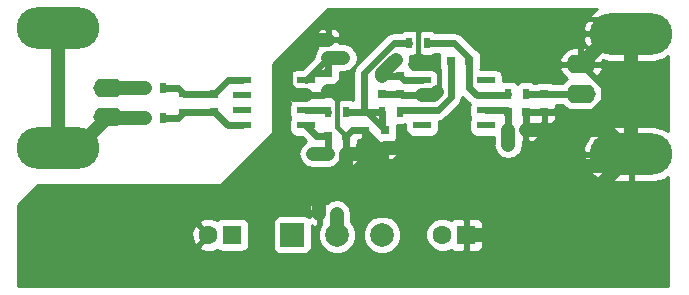
<source format=gbl>
G04 #@! TF.FileFunction,Copper,L4,Bot,Signal*
%FSLAX46Y46*%
G04 Gerber Fmt 4.6, Leading zero omitted, Abs format (unit mm)*
G04 Created by KiCad (PCBNEW 4.0.7) date Thu May  3 16:22:41 2018*
%MOMM*%
%LPD*%
G01*
G04 APERTURE LIST*
%ADD10C,0.100000*%
%ADD11R,0.750000X0.800000*%
%ADD12R,0.800000X0.750000*%
%ADD13R,1.600000X1.600000*%
%ADD14C,1.600000*%
%ADD15O,7.000240X3.500120*%
%ADD16O,2.499360X1.600200*%
%ADD17C,2.000000*%
%ADD18R,2.000000X2.000000*%
%ADD19R,0.500000X0.900000*%
%ADD20R,0.900000X0.500000*%
%ADD21R,1.550000X0.600000*%
%ADD22C,0.600000*%
%ADD23C,1.200000*%
%ADD24C,0.600000*%
%ADD25C,0.400000*%
%ADD26C,0.200000*%
%ADD27C,0.254000*%
G04 APERTURE END LIST*
D10*
D11*
X80772000Y-63512000D03*
X80772000Y-65012000D03*
X71120000Y-66790000D03*
X71120000Y-65290000D03*
X80772000Y-62218000D03*
X80772000Y-60718000D03*
D12*
X80784000Y-68834000D03*
X82284000Y-68834000D03*
X96024000Y-68326000D03*
X97524000Y-68326000D03*
D11*
X86868000Y-63766000D03*
X86868000Y-65266000D03*
D13*
X92456000Y-77216000D03*
D14*
X90456000Y-77216000D03*
D11*
X85344000Y-63766000D03*
X85344000Y-65266000D03*
D12*
X96024000Y-66802000D03*
X97524000Y-66802000D03*
D13*
X72644000Y-77216000D03*
D14*
X70644000Y-77216000D03*
D12*
X80784000Y-70358000D03*
X82284000Y-70358000D03*
D11*
X85598000Y-68338000D03*
X85598000Y-69838000D03*
D12*
X92698000Y-62484000D03*
X91198000Y-62484000D03*
D11*
X99060000Y-65290000D03*
X99060000Y-66790000D03*
D15*
X57886600Y-69867780D03*
X57886600Y-59669680D03*
D16*
X62151260Y-64770000D03*
X62151260Y-67269360D03*
D17*
X85344000Y-77216000D03*
D18*
X77724000Y-77216000D03*
D17*
X81534000Y-77216000D03*
D15*
X106451400Y-60180220D03*
X106451400Y-70378320D03*
D16*
X102186740Y-65278000D03*
X102186740Y-62778640D03*
D19*
X66790000Y-67310000D03*
X65290000Y-67310000D03*
X66790000Y-64770000D03*
X65290000Y-64770000D03*
X81522000Y-75438000D03*
X80022000Y-75438000D03*
D20*
X68580000Y-65290000D03*
X68580000Y-66790000D03*
D19*
X82284000Y-66802000D03*
X80784000Y-66802000D03*
X89142000Y-60960000D03*
X87642000Y-60960000D03*
X86856000Y-66802000D03*
X85356000Y-66802000D03*
X97524000Y-65278000D03*
X96024000Y-65278000D03*
D21*
X73500000Y-67945000D03*
X73500000Y-66675000D03*
X73500000Y-65405000D03*
X73500000Y-64135000D03*
X78900000Y-64135000D03*
X78900000Y-65405000D03*
X78900000Y-66675000D03*
X78900000Y-67945000D03*
X88740000Y-67945000D03*
X88740000Y-66675000D03*
X88740000Y-65405000D03*
X88740000Y-64135000D03*
X94140000Y-64135000D03*
X94140000Y-65405000D03*
X94140000Y-66675000D03*
X94140000Y-67945000D03*
D20*
X83820000Y-68314000D03*
X83820000Y-66814000D03*
D22*
X86502819Y-62372819D03*
X82042000Y-62230000D03*
X82042000Y-64516000D03*
X90027181Y-65135181D03*
X96012000Y-69596000D03*
X79502000Y-70358000D03*
D23*
X85344000Y-63766000D02*
X85344000Y-63531638D01*
X85344000Y-63531638D02*
X86502819Y-62372819D01*
X80772000Y-62218000D02*
X82030000Y-62218000D01*
X82030000Y-62218000D02*
X82042000Y-62230000D01*
D24*
X85344000Y-63766000D02*
X86868000Y-63766000D01*
X86868000Y-63766000D02*
X87237000Y-64135000D01*
X87237000Y-64135000D02*
X88740000Y-64135000D01*
X80772000Y-63512000D02*
X80772000Y-62218000D01*
X80772000Y-62218000D02*
X80772000Y-62263000D01*
X80772000Y-62263000D02*
X78900000Y-64135000D01*
X80772000Y-63512000D02*
X79523000Y-63512000D01*
X79523000Y-63512000D02*
X78900000Y-64135000D01*
X99060000Y-66790000D02*
X103136000Y-66790000D01*
X104140000Y-64731900D02*
X102186740Y-62778640D01*
X104140000Y-65786000D02*
X104140000Y-64731900D01*
X103136000Y-66790000D02*
X104140000Y-65786000D01*
D25*
X90027181Y-65135181D02*
X90027181Y-64658819D01*
X90027181Y-64658819D02*
X90170000Y-64516000D01*
X90170000Y-64516000D02*
X90170000Y-63500000D01*
X90170000Y-63500000D02*
X89662000Y-62992000D01*
X89662000Y-62992000D02*
X89154000Y-62992000D01*
X89154000Y-62992000D02*
X88392000Y-62230000D01*
X88392000Y-62230000D02*
X88392000Y-59944000D01*
X88392000Y-59944000D02*
X89408000Y-58928000D01*
X89408000Y-58928000D02*
X105199180Y-58928000D01*
X105199180Y-58928000D02*
X106451400Y-60180220D01*
D23*
X78900000Y-65405000D02*
X77851000Y-65405000D01*
X77851000Y-65405000D02*
X77216000Y-64770000D01*
X77216000Y-64770000D02*
X77216000Y-62992000D01*
X77216000Y-62992000D02*
X79502000Y-60706000D01*
X79502000Y-60706000D02*
X80760000Y-60706000D01*
X80760000Y-60706000D02*
X80772000Y-60718000D01*
X80772000Y-65012000D02*
X81546000Y-65012000D01*
X81546000Y-65012000D02*
X82042000Y-64516000D01*
X82284000Y-70358000D02*
X85078000Y-70358000D01*
X85078000Y-70358000D02*
X85598000Y-69838000D01*
X80022000Y-75438000D02*
X80022000Y-73394000D01*
X80022000Y-73394000D02*
X82284000Y-71132000D01*
X82284000Y-71132000D02*
X82284000Y-70358000D01*
X92456000Y-77216000D02*
X99613720Y-77216000D01*
X99613720Y-77216000D02*
X106451400Y-70378320D01*
X85598000Y-69838000D02*
X93206000Y-69838000D01*
X93206000Y-69838000D02*
X94742000Y-71374000D01*
X94742000Y-71374000D02*
X105455720Y-71374000D01*
X105455720Y-71374000D02*
X106451400Y-70378320D01*
X88740000Y-65405000D02*
X89757362Y-65405000D01*
X89757362Y-65405000D02*
X90027181Y-65135181D01*
X97524000Y-68326000D02*
X104399080Y-68326000D01*
X104399080Y-68326000D02*
X106451400Y-70378320D01*
X106451400Y-60180220D02*
X104785160Y-60180220D01*
X104785160Y-60180220D02*
X102186740Y-62778640D01*
X106451400Y-60180220D02*
X106451400Y-70378320D01*
D24*
X80022000Y-75438000D02*
X80022000Y-73394000D01*
X80022000Y-73394000D02*
X82284000Y-71132000D01*
X82284000Y-71132000D02*
X82284000Y-70358000D01*
X99060000Y-66790000D02*
X97536000Y-66790000D01*
X97536000Y-66790000D02*
X97524000Y-66802000D01*
X97524000Y-66802000D02*
X97524000Y-68326000D01*
X82284000Y-68834000D02*
X82284000Y-70358000D01*
X85598000Y-69838000D02*
X85344000Y-69838000D01*
X85344000Y-69838000D02*
X83820000Y-68314000D01*
X85344000Y-65266000D02*
X86868000Y-65266000D01*
X86868000Y-65266000D02*
X87007000Y-65405000D01*
X87007000Y-65405000D02*
X88740000Y-65405000D01*
X83820000Y-68314000D02*
X82804000Y-68314000D01*
X82804000Y-68314000D02*
X82284000Y-68834000D01*
D25*
X82284000Y-68834000D02*
X82284000Y-68822000D01*
X82284000Y-68822000D02*
X81534000Y-68072000D01*
X81534000Y-68072000D02*
X81534000Y-65774000D01*
X81534000Y-65774000D02*
X80772000Y-65012000D01*
D26*
X82284000Y-68834000D02*
X82284000Y-68822000D01*
D24*
X78900000Y-65405000D02*
X80379000Y-65405000D01*
X80379000Y-65405000D02*
X80772000Y-65012000D01*
X73500000Y-67945000D02*
X72275000Y-67945000D01*
X72275000Y-67945000D02*
X71120000Y-66790000D01*
X68580000Y-66790000D02*
X71120000Y-66790000D01*
X66790000Y-67310000D02*
X68060000Y-67310000D01*
X68060000Y-67310000D02*
X68580000Y-66790000D01*
X73500000Y-64135000D02*
X72275000Y-64135000D01*
X72275000Y-64135000D02*
X71120000Y-65290000D01*
X66790000Y-64770000D02*
X68060000Y-64770000D01*
X68060000Y-64770000D02*
X68580000Y-65290000D01*
X68580000Y-65290000D02*
X71120000Y-65290000D01*
D23*
X96024000Y-68326000D02*
X96024000Y-69584000D01*
X96024000Y-69584000D02*
X96012000Y-69596000D01*
X80784000Y-70358000D02*
X79502000Y-70358000D01*
D24*
X80784000Y-70358000D02*
X80772000Y-70358000D01*
X96024000Y-66802000D02*
X96024000Y-68326000D01*
X94140000Y-66675000D02*
X95897000Y-66675000D01*
X95897000Y-66675000D02*
X96024000Y-66802000D01*
X80784000Y-68834000D02*
X80784000Y-70358000D01*
X80784000Y-68834000D02*
X79789000Y-68834000D01*
X79789000Y-68834000D02*
X78900000Y-67945000D01*
X83820000Y-66814000D02*
X83820000Y-63500000D01*
X83820000Y-63500000D02*
X86360000Y-60960000D01*
X86360000Y-60960000D02*
X87642000Y-60960000D01*
X85356000Y-66802000D02*
X85356000Y-68096000D01*
X85356000Y-68096000D02*
X85598000Y-68338000D01*
X83820000Y-66814000D02*
X84074000Y-66814000D01*
X84074000Y-66814000D02*
X85598000Y-68338000D01*
X83820000Y-66814000D02*
X85344000Y-66814000D01*
X85344000Y-66814000D02*
X85356000Y-66802000D01*
X82284000Y-66802000D02*
X83808000Y-66802000D01*
X83808000Y-66802000D02*
X83820000Y-66814000D01*
X82296000Y-66814000D02*
X82284000Y-66802000D01*
X94140000Y-65405000D02*
X95897000Y-65405000D01*
X95897000Y-65405000D02*
X96024000Y-65278000D01*
X94140000Y-65405000D02*
X93345000Y-65405000D01*
X93345000Y-65405000D02*
X92698000Y-64758000D01*
X92698000Y-64758000D02*
X92698000Y-62484000D01*
X92698000Y-62484000D02*
X92698000Y-62218000D01*
X92698000Y-62218000D02*
X91440000Y-60960000D01*
X91440000Y-60960000D02*
X89142000Y-60960000D01*
X88740000Y-66675000D02*
X90043000Y-66675000D01*
X90043000Y-66675000D02*
X91198000Y-65520000D01*
X91198000Y-65520000D02*
X91198000Y-62484000D01*
X88740000Y-66675000D02*
X86983000Y-66675000D01*
X86983000Y-66675000D02*
X86856000Y-66802000D01*
X99060000Y-65290000D02*
X102174740Y-65290000D01*
X102174740Y-65290000D02*
X102186740Y-65278000D01*
X99060000Y-65290000D02*
X97536000Y-65290000D01*
X97536000Y-65290000D02*
X97524000Y-65278000D01*
D23*
X65290000Y-67310000D02*
X62191900Y-67310000D01*
X62191900Y-67310000D02*
X62151260Y-67269360D01*
X57886600Y-69867780D02*
X59552840Y-69867780D01*
X59552840Y-69867780D02*
X62151260Y-67269360D01*
X57886600Y-59669680D02*
X57886600Y-69867780D01*
X62151260Y-64770000D02*
X65290000Y-64770000D01*
X81522000Y-75438000D02*
X81522000Y-77204000D01*
X81522000Y-77204000D02*
X81534000Y-77216000D01*
D24*
X81534000Y-77216000D02*
X81534000Y-75450000D01*
X81534000Y-75450000D02*
X81522000Y-75438000D01*
X81776000Y-76974000D02*
X81534000Y-77216000D01*
X78900000Y-66675000D02*
X80657000Y-66675000D01*
X80657000Y-66675000D02*
X80784000Y-66802000D01*
D27*
G36*
X102925045Y-58583531D02*
X102449231Y-59384830D01*
X102368854Y-59682207D01*
X102478655Y-60053220D01*
X106324400Y-60053220D01*
X106324400Y-60033220D01*
X106578400Y-60033220D01*
X106578400Y-60053220D01*
X106598400Y-60053220D01*
X106598400Y-60307220D01*
X106578400Y-60307220D01*
X106578400Y-62565280D01*
X108328460Y-62565280D01*
X109231516Y-62335127D01*
X109526000Y-62114841D01*
X109526000Y-68443699D01*
X109231516Y-68223413D01*
X108328460Y-67993260D01*
X106578400Y-67993260D01*
X106578400Y-70251320D01*
X106598400Y-70251320D01*
X106598400Y-70505320D01*
X106578400Y-70505320D01*
X106578400Y-72763380D01*
X108328460Y-72763380D01*
X109231516Y-72533227D01*
X109526000Y-72312941D01*
X109526000Y-81586000D01*
X54558000Y-81586000D01*
X54558000Y-76999223D01*
X69197035Y-76999223D01*
X69224222Y-77569454D01*
X69390136Y-77970005D01*
X69636255Y-78044139D01*
X70464395Y-77216000D01*
X69636255Y-76387861D01*
X69390136Y-76461995D01*
X69197035Y-76999223D01*
X54558000Y-76999223D01*
X54558000Y-76208255D01*
X69815861Y-76208255D01*
X70644000Y-77036395D01*
X70658142Y-77022252D01*
X70837748Y-77201858D01*
X70823605Y-77216000D01*
X70837748Y-77230143D01*
X70658142Y-77409748D01*
X70644000Y-77395605D01*
X69815861Y-78223745D01*
X69889995Y-78469864D01*
X70427223Y-78662965D01*
X70997454Y-78635778D01*
X71388947Y-78473616D01*
X71592110Y-78612431D01*
X71844000Y-78663440D01*
X73444000Y-78663440D01*
X73679317Y-78619162D01*
X73895441Y-78480090D01*
X74040431Y-78267890D01*
X74091440Y-78016000D01*
X74091440Y-76416000D01*
X74053808Y-76216000D01*
X76076560Y-76216000D01*
X76076560Y-78216000D01*
X76120838Y-78451317D01*
X76259910Y-78667441D01*
X76472110Y-78812431D01*
X76724000Y-78863440D01*
X78724000Y-78863440D01*
X78959317Y-78819162D01*
X79175441Y-78680090D01*
X79320431Y-78467890D01*
X79371440Y-78216000D01*
X79371440Y-77539795D01*
X79898716Y-77539795D01*
X80147106Y-78140943D01*
X80606637Y-78601278D01*
X81207352Y-78850716D01*
X81857795Y-78851284D01*
X82458943Y-78602894D01*
X82919278Y-78143363D01*
X83168716Y-77542648D01*
X83168718Y-77539795D01*
X83708716Y-77539795D01*
X83957106Y-78140943D01*
X84416637Y-78601278D01*
X85017352Y-78850716D01*
X85667795Y-78851284D01*
X86268943Y-78602894D01*
X86729278Y-78143363D01*
X86978716Y-77542648D01*
X86978753Y-77500187D01*
X89020752Y-77500187D01*
X89238757Y-78027800D01*
X89642077Y-78431824D01*
X90169309Y-78650750D01*
X90740187Y-78651248D01*
X91202287Y-78460312D01*
X91296302Y-78554327D01*
X91529691Y-78651000D01*
X92170250Y-78651000D01*
X92329000Y-78492250D01*
X92329000Y-77343000D01*
X92583000Y-77343000D01*
X92583000Y-78492250D01*
X92741750Y-78651000D01*
X93382309Y-78651000D01*
X93615698Y-78554327D01*
X93794327Y-78375699D01*
X93891000Y-78142310D01*
X93891000Y-77501750D01*
X93732250Y-77343000D01*
X92583000Y-77343000D01*
X92329000Y-77343000D01*
X92309000Y-77343000D01*
X92309000Y-77089000D01*
X92329000Y-77089000D01*
X92329000Y-75939750D01*
X92583000Y-75939750D01*
X92583000Y-77089000D01*
X93732250Y-77089000D01*
X93891000Y-76930250D01*
X93891000Y-76289690D01*
X93794327Y-76056301D01*
X93615698Y-75877673D01*
X93382309Y-75781000D01*
X92741750Y-75781000D01*
X92583000Y-75939750D01*
X92329000Y-75939750D01*
X92170250Y-75781000D01*
X91529691Y-75781000D01*
X91296302Y-75877673D01*
X91202002Y-75971973D01*
X90742691Y-75781250D01*
X90171813Y-75780752D01*
X89644200Y-75998757D01*
X89240176Y-76402077D01*
X89021250Y-76929309D01*
X89020752Y-77500187D01*
X86978753Y-77500187D01*
X86979284Y-76892205D01*
X86730894Y-76291057D01*
X86271363Y-75830722D01*
X85670648Y-75581284D01*
X85020205Y-75580716D01*
X84419057Y-75829106D01*
X83958722Y-76288637D01*
X83709284Y-76889352D01*
X83708716Y-77539795D01*
X83168718Y-77539795D01*
X83169284Y-76892205D01*
X82920894Y-76291057D01*
X82757000Y-76126876D01*
X82757000Y-75438000D01*
X82662991Y-74965386D01*
X82395277Y-74564723D01*
X81994614Y-74297009D01*
X81522000Y-74203000D01*
X81049386Y-74297009D01*
X80707485Y-74525460D01*
X80631698Y-74449673D01*
X80398309Y-74353000D01*
X80305750Y-74353000D01*
X80147000Y-74511750D01*
X80147000Y-75311000D01*
X80169000Y-75311000D01*
X80169000Y-75565000D01*
X80147000Y-75565000D01*
X80147000Y-76292784D01*
X79899284Y-76889352D01*
X79898716Y-77539795D01*
X79371440Y-77539795D01*
X79371440Y-76385465D01*
X79412302Y-76426327D01*
X79645691Y-76523000D01*
X79738250Y-76523000D01*
X79897000Y-76364250D01*
X79897000Y-75565000D01*
X79295750Y-75565000D01*
X79137000Y-75723750D01*
X79137000Y-75729651D01*
X78975890Y-75619569D01*
X78724000Y-75568560D01*
X76724000Y-75568560D01*
X76488683Y-75612838D01*
X76272559Y-75751910D01*
X76127569Y-75964110D01*
X76076560Y-76216000D01*
X74053808Y-76216000D01*
X74047162Y-76180683D01*
X73908090Y-75964559D01*
X73695890Y-75819569D01*
X73444000Y-75768560D01*
X71844000Y-75768560D01*
X71608683Y-75812838D01*
X71392559Y-75951910D01*
X71388023Y-75958548D01*
X70860777Y-75769035D01*
X70290546Y-75796222D01*
X69889995Y-75962136D01*
X69815861Y-76208255D01*
X54558000Y-76208255D01*
X54558000Y-74861690D01*
X79137000Y-74861690D01*
X79137000Y-75152250D01*
X79295750Y-75311000D01*
X79897000Y-75311000D01*
X79897000Y-74511750D01*
X79738250Y-74353000D01*
X79645691Y-74353000D01*
X79412302Y-74449673D01*
X79233673Y-74628301D01*
X79137000Y-74861690D01*
X54558000Y-74861690D01*
X54558000Y-74653606D01*
X56186606Y-73025000D01*
X71628000Y-73025000D01*
X71677410Y-73014994D01*
X71717803Y-72987803D01*
X76035803Y-68669803D01*
X76063666Y-68627789D01*
X76073000Y-68580000D01*
X76073000Y-63835000D01*
X77477560Y-63835000D01*
X77477560Y-64435000D01*
X77521838Y-64670317D01*
X77580178Y-64760980D01*
X77490000Y-64978690D01*
X77490000Y-65119250D01*
X77648750Y-65278000D01*
X78773000Y-65278000D01*
X78773000Y-65258000D01*
X79027000Y-65258000D01*
X79027000Y-65278000D01*
X79047000Y-65278000D01*
X79047000Y-65532000D01*
X79027000Y-65532000D01*
X79027000Y-65552000D01*
X78773000Y-65552000D01*
X78773000Y-65532000D01*
X77648750Y-65532000D01*
X77490000Y-65690750D01*
X77490000Y-65831310D01*
X77579806Y-66048122D01*
X77528569Y-66123110D01*
X77477560Y-66375000D01*
X77477560Y-66975000D01*
X77521838Y-67210317D01*
X77585678Y-67309528D01*
X77528569Y-67393110D01*
X77477560Y-67645000D01*
X77477560Y-68245000D01*
X77521838Y-68480317D01*
X77660910Y-68696441D01*
X77873110Y-68841431D01*
X78125000Y-68892440D01*
X78525150Y-68892440D01*
X78921683Y-69288973D01*
X78628723Y-69484723D01*
X78361009Y-69885386D01*
X78267000Y-70358000D01*
X78361009Y-70830614D01*
X78628723Y-71231277D01*
X79029386Y-71498991D01*
X79502000Y-71593000D01*
X80784000Y-71593000D01*
X81256614Y-71498991D01*
X81569388Y-71290002D01*
X81757691Y-71368000D01*
X81998250Y-71368000D01*
X82157000Y-71209250D01*
X82157000Y-70485000D01*
X82411000Y-70485000D01*
X82411000Y-71209250D01*
X82569750Y-71368000D01*
X82810309Y-71368000D01*
X83043698Y-71271327D01*
X83222327Y-71092699D01*
X83311948Y-70876333D01*
X102368854Y-70876333D01*
X102449231Y-71173710D01*
X102925045Y-71975009D01*
X103671284Y-72533227D01*
X104574340Y-72763380D01*
X106324400Y-72763380D01*
X106324400Y-70505320D01*
X102478655Y-70505320D01*
X102368854Y-70876333D01*
X83311948Y-70876333D01*
X83319000Y-70859310D01*
X83319000Y-70643750D01*
X83160250Y-70485000D01*
X82411000Y-70485000D01*
X82157000Y-70485000D01*
X82137000Y-70485000D01*
X82137000Y-70231000D01*
X82157000Y-70231000D01*
X82157000Y-68961000D01*
X82137000Y-68961000D01*
X82137000Y-68707000D01*
X82157000Y-68707000D01*
X82157000Y-68687000D01*
X82411000Y-68687000D01*
X82411000Y-68707000D01*
X82431000Y-68707000D01*
X82431000Y-68961000D01*
X82411000Y-68961000D01*
X82411000Y-70231000D01*
X83160250Y-70231000D01*
X83267500Y-70123750D01*
X84588000Y-70123750D01*
X84588000Y-70364309D01*
X84684673Y-70597698D01*
X84863301Y-70776327D01*
X85096690Y-70873000D01*
X85312250Y-70873000D01*
X85471000Y-70714250D01*
X85471000Y-69965000D01*
X85725000Y-69965000D01*
X85725000Y-70714250D01*
X85883750Y-70873000D01*
X86099310Y-70873000D01*
X86332699Y-70776327D01*
X86511327Y-70597698D01*
X86608000Y-70364309D01*
X86608000Y-70123750D01*
X86449250Y-69965000D01*
X85725000Y-69965000D01*
X85471000Y-69965000D01*
X84746750Y-69965000D01*
X84588000Y-70123750D01*
X83267500Y-70123750D01*
X83319000Y-70072250D01*
X83319000Y-69856690D01*
X83222327Y-69623301D01*
X83195026Y-69596000D01*
X83222327Y-69568699D01*
X83319000Y-69335310D01*
X83319000Y-69199000D01*
X83534250Y-69199000D01*
X83693000Y-69040250D01*
X83693000Y-68439000D01*
X83673000Y-68439000D01*
X83673000Y-68189000D01*
X83693000Y-68189000D01*
X83693000Y-68167000D01*
X83947000Y-68167000D01*
X83947000Y-68189000D01*
X83967000Y-68189000D01*
X83967000Y-68439000D01*
X83947000Y-68439000D01*
X83947000Y-69040250D01*
X84105750Y-69199000D01*
X84396310Y-69199000D01*
X84629699Y-69102327D01*
X84674211Y-69057815D01*
X84686329Y-69076646D01*
X84684673Y-69078302D01*
X84588000Y-69311691D01*
X84588000Y-69552250D01*
X84746750Y-69711000D01*
X85471000Y-69711000D01*
X85471000Y-69691000D01*
X85725000Y-69691000D01*
X85725000Y-69711000D01*
X86449250Y-69711000D01*
X86608000Y-69552250D01*
X86608000Y-69311691D01*
X86511327Y-69078302D01*
X86509957Y-69076932D01*
X86569431Y-68989890D01*
X86620440Y-68738000D01*
X86620440Y-67938000D01*
X86613184Y-67899440D01*
X87106000Y-67899440D01*
X87317560Y-67859632D01*
X87317560Y-68245000D01*
X87361838Y-68480317D01*
X87500910Y-68696441D01*
X87713110Y-68841431D01*
X87965000Y-68892440D01*
X89515000Y-68892440D01*
X89750317Y-68848162D01*
X89966441Y-68709090D01*
X90111431Y-68496890D01*
X90162440Y-68245000D01*
X90162440Y-67645000D01*
X90151783Y-67588362D01*
X90400809Y-67538827D01*
X90704145Y-67336145D01*
X91859145Y-66181145D01*
X92061827Y-65877809D01*
X92133000Y-65520000D01*
X92133000Y-65515290D01*
X92683855Y-66066145D01*
X92768738Y-66122862D01*
X92768569Y-66123110D01*
X92717560Y-66375000D01*
X92717560Y-66975000D01*
X92761838Y-67210317D01*
X92825678Y-67309528D01*
X92768569Y-67393110D01*
X92717560Y-67645000D01*
X92717560Y-68245000D01*
X92761838Y-68480317D01*
X92900910Y-68696441D01*
X93113110Y-68841431D01*
X93365000Y-68892440D01*
X94789000Y-68892440D01*
X94789000Y-69535672D01*
X94777000Y-69596000D01*
X94871009Y-70068614D01*
X95138723Y-70469277D01*
X95539386Y-70736991D01*
X96012000Y-70831000D01*
X96484614Y-70736991D01*
X96885277Y-70469277D01*
X96897277Y-70457277D01*
X97164991Y-70056614D01*
X97200060Y-69880307D01*
X102368854Y-69880307D01*
X102478655Y-70251320D01*
X106324400Y-70251320D01*
X106324400Y-67993260D01*
X104574340Y-67993260D01*
X103671284Y-68223413D01*
X102925045Y-68781631D01*
X102449231Y-69582930D01*
X102368854Y-69880307D01*
X97200060Y-69880307D01*
X97259000Y-69584000D01*
X97259000Y-69315250D01*
X97397000Y-69177250D01*
X97397000Y-68453000D01*
X97651000Y-68453000D01*
X97651000Y-69177250D01*
X97809750Y-69336000D01*
X98050309Y-69336000D01*
X98283698Y-69239327D01*
X98462327Y-69060699D01*
X98559000Y-68827310D01*
X98559000Y-68611750D01*
X98400250Y-68453000D01*
X97651000Y-68453000D01*
X97397000Y-68453000D01*
X97377000Y-68453000D01*
X97377000Y-68199000D01*
X97397000Y-68199000D01*
X97397000Y-66929000D01*
X97651000Y-66929000D01*
X97651000Y-68199000D01*
X98400250Y-68199000D01*
X98559000Y-68040250D01*
X98559000Y-67825000D01*
X98774250Y-67825000D01*
X98933000Y-67666250D01*
X98933000Y-66917000D01*
X99187000Y-66917000D01*
X99187000Y-67666250D01*
X99345750Y-67825000D01*
X99561310Y-67825000D01*
X99794699Y-67728327D01*
X99973327Y-67549698D01*
X100070000Y-67316309D01*
X100070000Y-67075750D01*
X99911250Y-66917000D01*
X99187000Y-66917000D01*
X98933000Y-66917000D01*
X98208750Y-66917000D01*
X98196750Y-66929000D01*
X97651000Y-66929000D01*
X97397000Y-66929000D01*
X97377000Y-66929000D01*
X97377000Y-66675000D01*
X97397000Y-66675000D01*
X97397000Y-66655000D01*
X97651000Y-66655000D01*
X97651000Y-66675000D01*
X98400250Y-66675000D01*
X98412250Y-66663000D01*
X98933000Y-66663000D01*
X98933000Y-66643000D01*
X99187000Y-66643000D01*
X99187000Y-66663000D01*
X99911250Y-66663000D01*
X100070000Y-66504250D01*
X100070000Y-66263691D01*
X100053974Y-66225000D01*
X100640186Y-66225000D01*
X100685468Y-66292769D01*
X101151048Y-66603860D01*
X101700237Y-66713100D01*
X102673243Y-66713100D01*
X103222432Y-66603860D01*
X103688012Y-66292769D01*
X103999103Y-65827189D01*
X104108343Y-65278000D01*
X103999103Y-64728811D01*
X103688012Y-64263231D01*
X103336821Y-64028572D01*
X103740892Y-63703607D01*
X104010781Y-63210497D01*
X104028323Y-63127695D01*
X103906336Y-62905640D01*
X102313740Y-62905640D01*
X102313740Y-62925640D01*
X102059740Y-62925640D01*
X102059740Y-62905640D01*
X100467144Y-62905640D01*
X100345157Y-63127695D01*
X100362699Y-63210497D01*
X100632588Y-63703607D01*
X101036659Y-64028572D01*
X100685468Y-64263231D01*
X100624150Y-64355000D01*
X99776797Y-64355000D01*
X99686890Y-64293569D01*
X99435000Y-64242560D01*
X98685000Y-64242560D01*
X98449683Y-64286838D01*
X98343756Y-64355000D01*
X98206537Y-64355000D01*
X98025890Y-64231569D01*
X97774000Y-64180560D01*
X97274000Y-64180560D01*
X97038683Y-64224838D01*
X96822559Y-64363910D01*
X96774866Y-64433711D01*
X96738090Y-64376559D01*
X96525890Y-64231569D01*
X96274000Y-64180560D01*
X95774000Y-64180560D01*
X95562440Y-64220368D01*
X95562440Y-63835000D01*
X95518162Y-63599683D01*
X95379090Y-63383559D01*
X95166890Y-63238569D01*
X94915000Y-63187560D01*
X93642045Y-63187560D01*
X93694431Y-63110890D01*
X93745440Y-62859000D01*
X93745440Y-62429585D01*
X100345157Y-62429585D01*
X100467144Y-62651640D01*
X102059740Y-62651640D01*
X102059740Y-61343540D01*
X102313740Y-61343540D01*
X102313740Y-62651640D01*
X103906336Y-62651640D01*
X104028323Y-62429585D01*
X104027547Y-62425924D01*
X104574340Y-62565280D01*
X106324400Y-62565280D01*
X106324400Y-60307220D01*
X102478655Y-60307220D01*
X102368854Y-60678233D01*
X102449231Y-60975610D01*
X102667709Y-61343540D01*
X102313740Y-61343540D01*
X102059740Y-61343540D01*
X101610160Y-61343540D01*
X101070638Y-61501381D01*
X100632588Y-61853673D01*
X100362699Y-62346783D01*
X100345157Y-62429585D01*
X93745440Y-62429585D01*
X93745440Y-62109000D01*
X93701162Y-61873683D01*
X93562090Y-61657559D01*
X93349890Y-61512569D01*
X93305964Y-61503674D01*
X92101145Y-60298855D01*
X91797809Y-60096173D01*
X91440000Y-60025000D01*
X89806975Y-60025000D01*
X89643890Y-59913569D01*
X89392000Y-59862560D01*
X88892000Y-59862560D01*
X88656683Y-59906838D01*
X88440559Y-60045910D01*
X88392866Y-60115711D01*
X88356090Y-60058559D01*
X88143890Y-59913569D01*
X87892000Y-59862560D01*
X87392000Y-59862560D01*
X87156683Y-59906838D01*
X86973054Y-60025000D01*
X86360000Y-60025000D01*
X86002191Y-60096173D01*
X85698855Y-60298855D01*
X83158855Y-62838855D01*
X82956173Y-63142191D01*
X82885000Y-63500000D01*
X82885000Y-65823288D01*
X82785890Y-65755569D01*
X82534000Y-65704560D01*
X82034000Y-65704560D01*
X81798683Y-65748838D01*
X81582559Y-65887910D01*
X81534866Y-65957711D01*
X81520947Y-65936079D01*
X81685327Y-65771698D01*
X81782000Y-65538309D01*
X81782000Y-65297750D01*
X81623250Y-65139000D01*
X80899000Y-65139000D01*
X80899000Y-65159000D01*
X80645000Y-65159000D01*
X80645000Y-65139000D01*
X80625000Y-65139000D01*
X80625000Y-64885000D01*
X80645000Y-64885000D01*
X80645000Y-64865000D01*
X80899000Y-64865000D01*
X80899000Y-64885000D01*
X81623250Y-64885000D01*
X81782000Y-64726250D01*
X81782000Y-64485691D01*
X81685327Y-64252302D01*
X81683957Y-64250932D01*
X81743431Y-64163890D01*
X81794440Y-63912000D01*
X81794440Y-63453000D01*
X81981672Y-63453000D01*
X82042000Y-63465000D01*
X82514614Y-63370991D01*
X82915277Y-63103277D01*
X83182991Y-62702614D01*
X83277000Y-62230000D01*
X83182991Y-61757386D01*
X82915277Y-61356723D01*
X82903277Y-61344723D01*
X82502614Y-61077009D01*
X82030000Y-60983000D01*
X81761250Y-60983000D01*
X81623250Y-60845000D01*
X80899000Y-60845000D01*
X80899000Y-60865000D01*
X80645000Y-60865000D01*
X80645000Y-60845000D01*
X79920750Y-60845000D01*
X79762000Y-61003750D01*
X79762000Y-61244309D01*
X79839998Y-61432612D01*
X79631009Y-61745386D01*
X79547501Y-62165209D01*
X78525150Y-63187560D01*
X78125000Y-63187560D01*
X77889683Y-63231838D01*
X77673559Y-63370910D01*
X77528569Y-63583110D01*
X77477560Y-63835000D01*
X76073000Y-63835000D01*
X76073000Y-62790606D01*
X78671915Y-60191691D01*
X79762000Y-60191691D01*
X79762000Y-60432250D01*
X79920750Y-60591000D01*
X80645000Y-60591000D01*
X80645000Y-59841750D01*
X80899000Y-59841750D01*
X80899000Y-60591000D01*
X81623250Y-60591000D01*
X81782000Y-60432250D01*
X81782000Y-60191691D01*
X81685327Y-59958302D01*
X81506699Y-59779673D01*
X81273310Y-59683000D01*
X81057750Y-59683000D01*
X80899000Y-59841750D01*
X80645000Y-59841750D01*
X80486250Y-59683000D01*
X80270690Y-59683000D01*
X80037301Y-59779673D01*
X79858673Y-59958302D01*
X79762000Y-60191691D01*
X78671915Y-60191691D01*
X80749606Y-58114000D01*
X103552725Y-58114000D01*
X102925045Y-58583531D01*
X102925045Y-58583531D01*
G37*
X102925045Y-58583531D02*
X102449231Y-59384830D01*
X102368854Y-59682207D01*
X102478655Y-60053220D01*
X106324400Y-60053220D01*
X106324400Y-60033220D01*
X106578400Y-60033220D01*
X106578400Y-60053220D01*
X106598400Y-60053220D01*
X106598400Y-60307220D01*
X106578400Y-60307220D01*
X106578400Y-62565280D01*
X108328460Y-62565280D01*
X109231516Y-62335127D01*
X109526000Y-62114841D01*
X109526000Y-68443699D01*
X109231516Y-68223413D01*
X108328460Y-67993260D01*
X106578400Y-67993260D01*
X106578400Y-70251320D01*
X106598400Y-70251320D01*
X106598400Y-70505320D01*
X106578400Y-70505320D01*
X106578400Y-72763380D01*
X108328460Y-72763380D01*
X109231516Y-72533227D01*
X109526000Y-72312941D01*
X109526000Y-81586000D01*
X54558000Y-81586000D01*
X54558000Y-76999223D01*
X69197035Y-76999223D01*
X69224222Y-77569454D01*
X69390136Y-77970005D01*
X69636255Y-78044139D01*
X70464395Y-77216000D01*
X69636255Y-76387861D01*
X69390136Y-76461995D01*
X69197035Y-76999223D01*
X54558000Y-76999223D01*
X54558000Y-76208255D01*
X69815861Y-76208255D01*
X70644000Y-77036395D01*
X70658142Y-77022252D01*
X70837748Y-77201858D01*
X70823605Y-77216000D01*
X70837748Y-77230143D01*
X70658142Y-77409748D01*
X70644000Y-77395605D01*
X69815861Y-78223745D01*
X69889995Y-78469864D01*
X70427223Y-78662965D01*
X70997454Y-78635778D01*
X71388947Y-78473616D01*
X71592110Y-78612431D01*
X71844000Y-78663440D01*
X73444000Y-78663440D01*
X73679317Y-78619162D01*
X73895441Y-78480090D01*
X74040431Y-78267890D01*
X74091440Y-78016000D01*
X74091440Y-76416000D01*
X74053808Y-76216000D01*
X76076560Y-76216000D01*
X76076560Y-78216000D01*
X76120838Y-78451317D01*
X76259910Y-78667441D01*
X76472110Y-78812431D01*
X76724000Y-78863440D01*
X78724000Y-78863440D01*
X78959317Y-78819162D01*
X79175441Y-78680090D01*
X79320431Y-78467890D01*
X79371440Y-78216000D01*
X79371440Y-77539795D01*
X79898716Y-77539795D01*
X80147106Y-78140943D01*
X80606637Y-78601278D01*
X81207352Y-78850716D01*
X81857795Y-78851284D01*
X82458943Y-78602894D01*
X82919278Y-78143363D01*
X83168716Y-77542648D01*
X83168718Y-77539795D01*
X83708716Y-77539795D01*
X83957106Y-78140943D01*
X84416637Y-78601278D01*
X85017352Y-78850716D01*
X85667795Y-78851284D01*
X86268943Y-78602894D01*
X86729278Y-78143363D01*
X86978716Y-77542648D01*
X86978753Y-77500187D01*
X89020752Y-77500187D01*
X89238757Y-78027800D01*
X89642077Y-78431824D01*
X90169309Y-78650750D01*
X90740187Y-78651248D01*
X91202287Y-78460312D01*
X91296302Y-78554327D01*
X91529691Y-78651000D01*
X92170250Y-78651000D01*
X92329000Y-78492250D01*
X92329000Y-77343000D01*
X92583000Y-77343000D01*
X92583000Y-78492250D01*
X92741750Y-78651000D01*
X93382309Y-78651000D01*
X93615698Y-78554327D01*
X93794327Y-78375699D01*
X93891000Y-78142310D01*
X93891000Y-77501750D01*
X93732250Y-77343000D01*
X92583000Y-77343000D01*
X92329000Y-77343000D01*
X92309000Y-77343000D01*
X92309000Y-77089000D01*
X92329000Y-77089000D01*
X92329000Y-75939750D01*
X92583000Y-75939750D01*
X92583000Y-77089000D01*
X93732250Y-77089000D01*
X93891000Y-76930250D01*
X93891000Y-76289690D01*
X93794327Y-76056301D01*
X93615698Y-75877673D01*
X93382309Y-75781000D01*
X92741750Y-75781000D01*
X92583000Y-75939750D01*
X92329000Y-75939750D01*
X92170250Y-75781000D01*
X91529691Y-75781000D01*
X91296302Y-75877673D01*
X91202002Y-75971973D01*
X90742691Y-75781250D01*
X90171813Y-75780752D01*
X89644200Y-75998757D01*
X89240176Y-76402077D01*
X89021250Y-76929309D01*
X89020752Y-77500187D01*
X86978753Y-77500187D01*
X86979284Y-76892205D01*
X86730894Y-76291057D01*
X86271363Y-75830722D01*
X85670648Y-75581284D01*
X85020205Y-75580716D01*
X84419057Y-75829106D01*
X83958722Y-76288637D01*
X83709284Y-76889352D01*
X83708716Y-77539795D01*
X83168718Y-77539795D01*
X83169284Y-76892205D01*
X82920894Y-76291057D01*
X82757000Y-76126876D01*
X82757000Y-75438000D01*
X82662991Y-74965386D01*
X82395277Y-74564723D01*
X81994614Y-74297009D01*
X81522000Y-74203000D01*
X81049386Y-74297009D01*
X80707485Y-74525460D01*
X80631698Y-74449673D01*
X80398309Y-74353000D01*
X80305750Y-74353000D01*
X80147000Y-74511750D01*
X80147000Y-75311000D01*
X80169000Y-75311000D01*
X80169000Y-75565000D01*
X80147000Y-75565000D01*
X80147000Y-76292784D01*
X79899284Y-76889352D01*
X79898716Y-77539795D01*
X79371440Y-77539795D01*
X79371440Y-76385465D01*
X79412302Y-76426327D01*
X79645691Y-76523000D01*
X79738250Y-76523000D01*
X79897000Y-76364250D01*
X79897000Y-75565000D01*
X79295750Y-75565000D01*
X79137000Y-75723750D01*
X79137000Y-75729651D01*
X78975890Y-75619569D01*
X78724000Y-75568560D01*
X76724000Y-75568560D01*
X76488683Y-75612838D01*
X76272559Y-75751910D01*
X76127569Y-75964110D01*
X76076560Y-76216000D01*
X74053808Y-76216000D01*
X74047162Y-76180683D01*
X73908090Y-75964559D01*
X73695890Y-75819569D01*
X73444000Y-75768560D01*
X71844000Y-75768560D01*
X71608683Y-75812838D01*
X71392559Y-75951910D01*
X71388023Y-75958548D01*
X70860777Y-75769035D01*
X70290546Y-75796222D01*
X69889995Y-75962136D01*
X69815861Y-76208255D01*
X54558000Y-76208255D01*
X54558000Y-74861690D01*
X79137000Y-74861690D01*
X79137000Y-75152250D01*
X79295750Y-75311000D01*
X79897000Y-75311000D01*
X79897000Y-74511750D01*
X79738250Y-74353000D01*
X79645691Y-74353000D01*
X79412302Y-74449673D01*
X79233673Y-74628301D01*
X79137000Y-74861690D01*
X54558000Y-74861690D01*
X54558000Y-74653606D01*
X56186606Y-73025000D01*
X71628000Y-73025000D01*
X71677410Y-73014994D01*
X71717803Y-72987803D01*
X76035803Y-68669803D01*
X76063666Y-68627789D01*
X76073000Y-68580000D01*
X76073000Y-63835000D01*
X77477560Y-63835000D01*
X77477560Y-64435000D01*
X77521838Y-64670317D01*
X77580178Y-64760980D01*
X77490000Y-64978690D01*
X77490000Y-65119250D01*
X77648750Y-65278000D01*
X78773000Y-65278000D01*
X78773000Y-65258000D01*
X79027000Y-65258000D01*
X79027000Y-65278000D01*
X79047000Y-65278000D01*
X79047000Y-65532000D01*
X79027000Y-65532000D01*
X79027000Y-65552000D01*
X78773000Y-65552000D01*
X78773000Y-65532000D01*
X77648750Y-65532000D01*
X77490000Y-65690750D01*
X77490000Y-65831310D01*
X77579806Y-66048122D01*
X77528569Y-66123110D01*
X77477560Y-66375000D01*
X77477560Y-66975000D01*
X77521838Y-67210317D01*
X77585678Y-67309528D01*
X77528569Y-67393110D01*
X77477560Y-67645000D01*
X77477560Y-68245000D01*
X77521838Y-68480317D01*
X77660910Y-68696441D01*
X77873110Y-68841431D01*
X78125000Y-68892440D01*
X78525150Y-68892440D01*
X78921683Y-69288973D01*
X78628723Y-69484723D01*
X78361009Y-69885386D01*
X78267000Y-70358000D01*
X78361009Y-70830614D01*
X78628723Y-71231277D01*
X79029386Y-71498991D01*
X79502000Y-71593000D01*
X80784000Y-71593000D01*
X81256614Y-71498991D01*
X81569388Y-71290002D01*
X81757691Y-71368000D01*
X81998250Y-71368000D01*
X82157000Y-71209250D01*
X82157000Y-70485000D01*
X82411000Y-70485000D01*
X82411000Y-71209250D01*
X82569750Y-71368000D01*
X82810309Y-71368000D01*
X83043698Y-71271327D01*
X83222327Y-71092699D01*
X83311948Y-70876333D01*
X102368854Y-70876333D01*
X102449231Y-71173710D01*
X102925045Y-71975009D01*
X103671284Y-72533227D01*
X104574340Y-72763380D01*
X106324400Y-72763380D01*
X106324400Y-70505320D01*
X102478655Y-70505320D01*
X102368854Y-70876333D01*
X83311948Y-70876333D01*
X83319000Y-70859310D01*
X83319000Y-70643750D01*
X83160250Y-70485000D01*
X82411000Y-70485000D01*
X82157000Y-70485000D01*
X82137000Y-70485000D01*
X82137000Y-70231000D01*
X82157000Y-70231000D01*
X82157000Y-68961000D01*
X82137000Y-68961000D01*
X82137000Y-68707000D01*
X82157000Y-68707000D01*
X82157000Y-68687000D01*
X82411000Y-68687000D01*
X82411000Y-68707000D01*
X82431000Y-68707000D01*
X82431000Y-68961000D01*
X82411000Y-68961000D01*
X82411000Y-70231000D01*
X83160250Y-70231000D01*
X83267500Y-70123750D01*
X84588000Y-70123750D01*
X84588000Y-70364309D01*
X84684673Y-70597698D01*
X84863301Y-70776327D01*
X85096690Y-70873000D01*
X85312250Y-70873000D01*
X85471000Y-70714250D01*
X85471000Y-69965000D01*
X85725000Y-69965000D01*
X85725000Y-70714250D01*
X85883750Y-70873000D01*
X86099310Y-70873000D01*
X86332699Y-70776327D01*
X86511327Y-70597698D01*
X86608000Y-70364309D01*
X86608000Y-70123750D01*
X86449250Y-69965000D01*
X85725000Y-69965000D01*
X85471000Y-69965000D01*
X84746750Y-69965000D01*
X84588000Y-70123750D01*
X83267500Y-70123750D01*
X83319000Y-70072250D01*
X83319000Y-69856690D01*
X83222327Y-69623301D01*
X83195026Y-69596000D01*
X83222327Y-69568699D01*
X83319000Y-69335310D01*
X83319000Y-69199000D01*
X83534250Y-69199000D01*
X83693000Y-69040250D01*
X83693000Y-68439000D01*
X83673000Y-68439000D01*
X83673000Y-68189000D01*
X83693000Y-68189000D01*
X83693000Y-68167000D01*
X83947000Y-68167000D01*
X83947000Y-68189000D01*
X83967000Y-68189000D01*
X83967000Y-68439000D01*
X83947000Y-68439000D01*
X83947000Y-69040250D01*
X84105750Y-69199000D01*
X84396310Y-69199000D01*
X84629699Y-69102327D01*
X84674211Y-69057815D01*
X84686329Y-69076646D01*
X84684673Y-69078302D01*
X84588000Y-69311691D01*
X84588000Y-69552250D01*
X84746750Y-69711000D01*
X85471000Y-69711000D01*
X85471000Y-69691000D01*
X85725000Y-69691000D01*
X85725000Y-69711000D01*
X86449250Y-69711000D01*
X86608000Y-69552250D01*
X86608000Y-69311691D01*
X86511327Y-69078302D01*
X86509957Y-69076932D01*
X86569431Y-68989890D01*
X86620440Y-68738000D01*
X86620440Y-67938000D01*
X86613184Y-67899440D01*
X87106000Y-67899440D01*
X87317560Y-67859632D01*
X87317560Y-68245000D01*
X87361838Y-68480317D01*
X87500910Y-68696441D01*
X87713110Y-68841431D01*
X87965000Y-68892440D01*
X89515000Y-68892440D01*
X89750317Y-68848162D01*
X89966441Y-68709090D01*
X90111431Y-68496890D01*
X90162440Y-68245000D01*
X90162440Y-67645000D01*
X90151783Y-67588362D01*
X90400809Y-67538827D01*
X90704145Y-67336145D01*
X91859145Y-66181145D01*
X92061827Y-65877809D01*
X92133000Y-65520000D01*
X92133000Y-65515290D01*
X92683855Y-66066145D01*
X92768738Y-66122862D01*
X92768569Y-66123110D01*
X92717560Y-66375000D01*
X92717560Y-66975000D01*
X92761838Y-67210317D01*
X92825678Y-67309528D01*
X92768569Y-67393110D01*
X92717560Y-67645000D01*
X92717560Y-68245000D01*
X92761838Y-68480317D01*
X92900910Y-68696441D01*
X93113110Y-68841431D01*
X93365000Y-68892440D01*
X94789000Y-68892440D01*
X94789000Y-69535672D01*
X94777000Y-69596000D01*
X94871009Y-70068614D01*
X95138723Y-70469277D01*
X95539386Y-70736991D01*
X96012000Y-70831000D01*
X96484614Y-70736991D01*
X96885277Y-70469277D01*
X96897277Y-70457277D01*
X97164991Y-70056614D01*
X97200060Y-69880307D01*
X102368854Y-69880307D01*
X102478655Y-70251320D01*
X106324400Y-70251320D01*
X106324400Y-67993260D01*
X104574340Y-67993260D01*
X103671284Y-68223413D01*
X102925045Y-68781631D01*
X102449231Y-69582930D01*
X102368854Y-69880307D01*
X97200060Y-69880307D01*
X97259000Y-69584000D01*
X97259000Y-69315250D01*
X97397000Y-69177250D01*
X97397000Y-68453000D01*
X97651000Y-68453000D01*
X97651000Y-69177250D01*
X97809750Y-69336000D01*
X98050309Y-69336000D01*
X98283698Y-69239327D01*
X98462327Y-69060699D01*
X98559000Y-68827310D01*
X98559000Y-68611750D01*
X98400250Y-68453000D01*
X97651000Y-68453000D01*
X97397000Y-68453000D01*
X97377000Y-68453000D01*
X97377000Y-68199000D01*
X97397000Y-68199000D01*
X97397000Y-66929000D01*
X97651000Y-66929000D01*
X97651000Y-68199000D01*
X98400250Y-68199000D01*
X98559000Y-68040250D01*
X98559000Y-67825000D01*
X98774250Y-67825000D01*
X98933000Y-67666250D01*
X98933000Y-66917000D01*
X99187000Y-66917000D01*
X99187000Y-67666250D01*
X99345750Y-67825000D01*
X99561310Y-67825000D01*
X99794699Y-67728327D01*
X99973327Y-67549698D01*
X100070000Y-67316309D01*
X100070000Y-67075750D01*
X99911250Y-66917000D01*
X99187000Y-66917000D01*
X98933000Y-66917000D01*
X98208750Y-66917000D01*
X98196750Y-66929000D01*
X97651000Y-66929000D01*
X97397000Y-66929000D01*
X97377000Y-66929000D01*
X97377000Y-66675000D01*
X97397000Y-66675000D01*
X97397000Y-66655000D01*
X97651000Y-66655000D01*
X97651000Y-66675000D01*
X98400250Y-66675000D01*
X98412250Y-66663000D01*
X98933000Y-66663000D01*
X98933000Y-66643000D01*
X99187000Y-66643000D01*
X99187000Y-66663000D01*
X99911250Y-66663000D01*
X100070000Y-66504250D01*
X100070000Y-66263691D01*
X100053974Y-66225000D01*
X100640186Y-66225000D01*
X100685468Y-66292769D01*
X101151048Y-66603860D01*
X101700237Y-66713100D01*
X102673243Y-66713100D01*
X103222432Y-66603860D01*
X103688012Y-66292769D01*
X103999103Y-65827189D01*
X104108343Y-65278000D01*
X103999103Y-64728811D01*
X103688012Y-64263231D01*
X103336821Y-64028572D01*
X103740892Y-63703607D01*
X104010781Y-63210497D01*
X104028323Y-63127695D01*
X103906336Y-62905640D01*
X102313740Y-62905640D01*
X102313740Y-62925640D01*
X102059740Y-62925640D01*
X102059740Y-62905640D01*
X100467144Y-62905640D01*
X100345157Y-63127695D01*
X100362699Y-63210497D01*
X100632588Y-63703607D01*
X101036659Y-64028572D01*
X100685468Y-64263231D01*
X100624150Y-64355000D01*
X99776797Y-64355000D01*
X99686890Y-64293569D01*
X99435000Y-64242560D01*
X98685000Y-64242560D01*
X98449683Y-64286838D01*
X98343756Y-64355000D01*
X98206537Y-64355000D01*
X98025890Y-64231569D01*
X97774000Y-64180560D01*
X97274000Y-64180560D01*
X97038683Y-64224838D01*
X96822559Y-64363910D01*
X96774866Y-64433711D01*
X96738090Y-64376559D01*
X96525890Y-64231569D01*
X96274000Y-64180560D01*
X95774000Y-64180560D01*
X95562440Y-64220368D01*
X95562440Y-63835000D01*
X95518162Y-63599683D01*
X95379090Y-63383559D01*
X95166890Y-63238569D01*
X94915000Y-63187560D01*
X93642045Y-63187560D01*
X93694431Y-63110890D01*
X93745440Y-62859000D01*
X93745440Y-62429585D01*
X100345157Y-62429585D01*
X100467144Y-62651640D01*
X102059740Y-62651640D01*
X102059740Y-61343540D01*
X102313740Y-61343540D01*
X102313740Y-62651640D01*
X103906336Y-62651640D01*
X104028323Y-62429585D01*
X104027547Y-62425924D01*
X104574340Y-62565280D01*
X106324400Y-62565280D01*
X106324400Y-60307220D01*
X102478655Y-60307220D01*
X102368854Y-60678233D01*
X102449231Y-60975610D01*
X102667709Y-61343540D01*
X102313740Y-61343540D01*
X102059740Y-61343540D01*
X101610160Y-61343540D01*
X101070638Y-61501381D01*
X100632588Y-61853673D01*
X100362699Y-62346783D01*
X100345157Y-62429585D01*
X93745440Y-62429585D01*
X93745440Y-62109000D01*
X93701162Y-61873683D01*
X93562090Y-61657559D01*
X93349890Y-61512569D01*
X93305964Y-61503674D01*
X92101145Y-60298855D01*
X91797809Y-60096173D01*
X91440000Y-60025000D01*
X89806975Y-60025000D01*
X89643890Y-59913569D01*
X89392000Y-59862560D01*
X88892000Y-59862560D01*
X88656683Y-59906838D01*
X88440559Y-60045910D01*
X88392866Y-60115711D01*
X88356090Y-60058559D01*
X88143890Y-59913569D01*
X87892000Y-59862560D01*
X87392000Y-59862560D01*
X87156683Y-59906838D01*
X86973054Y-60025000D01*
X86360000Y-60025000D01*
X86002191Y-60096173D01*
X85698855Y-60298855D01*
X83158855Y-62838855D01*
X82956173Y-63142191D01*
X82885000Y-63500000D01*
X82885000Y-65823288D01*
X82785890Y-65755569D01*
X82534000Y-65704560D01*
X82034000Y-65704560D01*
X81798683Y-65748838D01*
X81582559Y-65887910D01*
X81534866Y-65957711D01*
X81520947Y-65936079D01*
X81685327Y-65771698D01*
X81782000Y-65538309D01*
X81782000Y-65297750D01*
X81623250Y-65139000D01*
X80899000Y-65139000D01*
X80899000Y-65159000D01*
X80645000Y-65159000D01*
X80645000Y-65139000D01*
X80625000Y-65139000D01*
X80625000Y-64885000D01*
X80645000Y-64885000D01*
X80645000Y-64865000D01*
X80899000Y-64865000D01*
X80899000Y-64885000D01*
X81623250Y-64885000D01*
X81782000Y-64726250D01*
X81782000Y-64485691D01*
X81685327Y-64252302D01*
X81683957Y-64250932D01*
X81743431Y-64163890D01*
X81794440Y-63912000D01*
X81794440Y-63453000D01*
X81981672Y-63453000D01*
X82042000Y-63465000D01*
X82514614Y-63370991D01*
X82915277Y-63103277D01*
X83182991Y-62702614D01*
X83277000Y-62230000D01*
X83182991Y-61757386D01*
X82915277Y-61356723D01*
X82903277Y-61344723D01*
X82502614Y-61077009D01*
X82030000Y-60983000D01*
X81761250Y-60983000D01*
X81623250Y-60845000D01*
X80899000Y-60845000D01*
X80899000Y-60865000D01*
X80645000Y-60865000D01*
X80645000Y-60845000D01*
X79920750Y-60845000D01*
X79762000Y-61003750D01*
X79762000Y-61244309D01*
X79839998Y-61432612D01*
X79631009Y-61745386D01*
X79547501Y-62165209D01*
X78525150Y-63187560D01*
X78125000Y-63187560D01*
X77889683Y-63231838D01*
X77673559Y-63370910D01*
X77528569Y-63583110D01*
X77477560Y-63835000D01*
X76073000Y-63835000D01*
X76073000Y-62790606D01*
X78671915Y-60191691D01*
X79762000Y-60191691D01*
X79762000Y-60432250D01*
X79920750Y-60591000D01*
X80645000Y-60591000D01*
X80645000Y-59841750D01*
X80899000Y-59841750D01*
X80899000Y-60591000D01*
X81623250Y-60591000D01*
X81782000Y-60432250D01*
X81782000Y-60191691D01*
X81685327Y-59958302D01*
X81506699Y-59779673D01*
X81273310Y-59683000D01*
X81057750Y-59683000D01*
X80899000Y-59841750D01*
X80645000Y-59841750D01*
X80486250Y-59683000D01*
X80270690Y-59683000D01*
X80037301Y-59779673D01*
X79858673Y-59958302D01*
X79762000Y-60191691D01*
X78671915Y-60191691D01*
X80749606Y-58114000D01*
X103552725Y-58114000D01*
X102925045Y-58583531D01*
G36*
X88867000Y-65278000D02*
X88887000Y-65278000D01*
X88887000Y-65532000D01*
X88867000Y-65532000D01*
X88867000Y-65552000D01*
X88613000Y-65552000D01*
X88613000Y-65532000D01*
X88593000Y-65532000D01*
X88593000Y-65278000D01*
X88613000Y-65278000D01*
X88613000Y-65258000D01*
X88867000Y-65258000D01*
X88867000Y-65278000D01*
X88867000Y-65278000D01*
G37*
X88867000Y-65278000D02*
X88887000Y-65278000D01*
X88887000Y-65532000D01*
X88867000Y-65532000D01*
X88867000Y-65552000D01*
X88613000Y-65552000D01*
X88613000Y-65532000D01*
X88593000Y-65532000D01*
X88593000Y-65278000D01*
X88613000Y-65278000D01*
X88613000Y-65258000D01*
X88867000Y-65258000D01*
X88867000Y-65278000D01*
G36*
X85471000Y-65139000D02*
X86741000Y-65139000D01*
X86741000Y-65119000D01*
X86995000Y-65119000D01*
X86995000Y-65139000D01*
X87015000Y-65139000D01*
X87015000Y-65393000D01*
X86995000Y-65393000D01*
X86995000Y-65413000D01*
X86741000Y-65413000D01*
X86741000Y-65393000D01*
X85471000Y-65393000D01*
X85471000Y-65413000D01*
X85217000Y-65413000D01*
X85217000Y-65393000D01*
X85197000Y-65393000D01*
X85197000Y-65139000D01*
X85217000Y-65139000D01*
X85217000Y-65119000D01*
X85471000Y-65119000D01*
X85471000Y-65139000D01*
X85471000Y-65139000D01*
G37*
X85471000Y-65139000D02*
X86741000Y-65139000D01*
X86741000Y-65119000D01*
X86995000Y-65119000D01*
X86995000Y-65139000D01*
X87015000Y-65139000D01*
X87015000Y-65393000D01*
X86995000Y-65393000D01*
X86995000Y-65413000D01*
X86741000Y-65413000D01*
X86741000Y-65393000D01*
X85471000Y-65393000D01*
X85471000Y-65413000D01*
X85217000Y-65413000D01*
X85217000Y-65393000D01*
X85197000Y-65393000D01*
X85197000Y-65139000D01*
X85217000Y-65139000D01*
X85217000Y-65119000D01*
X85471000Y-65119000D01*
X85471000Y-65139000D01*
G36*
X88427910Y-61861441D02*
X88640110Y-62006431D01*
X88892000Y-62057440D01*
X89392000Y-62057440D01*
X89627317Y-62013162D01*
X89810946Y-61895000D01*
X90193896Y-61895000D01*
X90150560Y-62109000D01*
X90150560Y-62859000D01*
X90194838Y-63094317D01*
X90263000Y-63200244D01*
X90263000Y-65132710D01*
X90117712Y-65277998D01*
X89991252Y-65277998D01*
X90150000Y-65119250D01*
X90150000Y-64978690D01*
X90060194Y-64761878D01*
X90111431Y-64686890D01*
X90162440Y-64435000D01*
X90162440Y-63835000D01*
X90118162Y-63599683D01*
X89979090Y-63383559D01*
X89766890Y-63238569D01*
X89515000Y-63187560D01*
X87965000Y-63187560D01*
X87898887Y-63200000D01*
X87859205Y-63200000D01*
X87846162Y-63130683D01*
X87707090Y-62914559D01*
X87631934Y-62863207D01*
X87643810Y-62845433D01*
X87737819Y-62372819D01*
X87675086Y-62057440D01*
X87892000Y-62057440D01*
X88127317Y-62013162D01*
X88343441Y-61874090D01*
X88391134Y-61804289D01*
X88427910Y-61861441D01*
X88427910Y-61861441D01*
G37*
X88427910Y-61861441D02*
X88640110Y-62006431D01*
X88892000Y-62057440D01*
X89392000Y-62057440D01*
X89627317Y-62013162D01*
X89810946Y-61895000D01*
X90193896Y-61895000D01*
X90150560Y-62109000D01*
X90150560Y-62859000D01*
X90194838Y-63094317D01*
X90263000Y-63200244D01*
X90263000Y-65132710D01*
X90117712Y-65277998D01*
X89991252Y-65277998D01*
X90150000Y-65119250D01*
X90150000Y-64978690D01*
X90060194Y-64761878D01*
X90111431Y-64686890D01*
X90162440Y-64435000D01*
X90162440Y-63835000D01*
X90118162Y-63599683D01*
X89979090Y-63383559D01*
X89766890Y-63238569D01*
X89515000Y-63187560D01*
X87965000Y-63187560D01*
X87898887Y-63200000D01*
X87859205Y-63200000D01*
X87846162Y-63130683D01*
X87707090Y-62914559D01*
X87631934Y-62863207D01*
X87643810Y-62845433D01*
X87737819Y-62372819D01*
X87675086Y-62057440D01*
X87892000Y-62057440D01*
X88127317Y-62013162D01*
X88343441Y-61874090D01*
X88391134Y-61804289D01*
X88427910Y-61861441D01*
M02*

</source>
